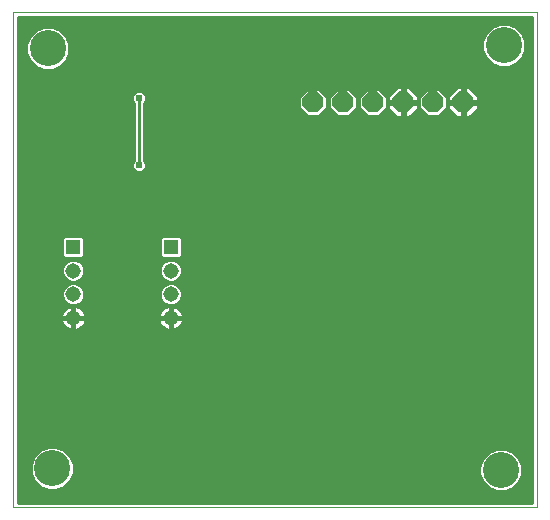
<source format=gbl>
G75*
%MOIN*%
%OFA0B0*%
%FSLAX25Y25*%
%IPPOS*%
%LPD*%
%AMOC8*
5,1,8,0,0,1.08239X$1,22.5*
%
%ADD10C,0.00100*%
%ADD11OC8,0.07000*%
%ADD12R,0.05150X0.05150*%
%ADD13C,0.05150*%
%ADD14C,0.12000*%
%ADD15C,0.01000*%
%ADD16OC8,0.02400*%
%ADD17C,0.02400*%
D10*
X0001500Y0003000D02*
X0176000Y0003000D01*
X0176000Y0168000D01*
X0001500Y0168000D01*
X0001500Y0003000D01*
D11*
X0101500Y0138000D03*
X0111500Y0138000D03*
X0121500Y0138000D03*
X0131500Y0138000D03*
X0141500Y0138000D03*
X0151500Y0138000D03*
D12*
X0054000Y0089811D03*
X0021500Y0089811D03*
D13*
X0021500Y0081937D03*
X0021500Y0074063D03*
X0021500Y0066189D03*
X0054000Y0066189D03*
X0054000Y0074063D03*
X0054000Y0081937D03*
D14*
X0014500Y0016000D03*
X0013000Y0156000D03*
X0165000Y0157000D03*
X0164000Y0015500D03*
D15*
X0161071Y0021972D02*
X0018569Y0021972D01*
X0018522Y0022019D02*
X0015912Y0023100D01*
X0013088Y0023100D01*
X0010478Y0022019D01*
X0008481Y0020022D01*
X0007400Y0017412D01*
X0007400Y0014588D01*
X0008481Y0011978D01*
X0010478Y0009981D01*
X0013088Y0008900D01*
X0015912Y0008900D01*
X0018522Y0009981D01*
X0020519Y0011978D01*
X0021600Y0014588D01*
X0021600Y0017412D01*
X0020519Y0020022D01*
X0018522Y0022019D01*
X0019568Y0020973D02*
X0159432Y0020973D01*
X0159978Y0021519D02*
X0157981Y0019522D01*
X0156900Y0016912D01*
X0156900Y0014088D01*
X0157981Y0011478D01*
X0159978Y0009481D01*
X0162588Y0008400D01*
X0165412Y0008400D01*
X0168022Y0009481D01*
X0170019Y0011478D01*
X0171100Y0014088D01*
X0171100Y0016912D01*
X0170019Y0019522D01*
X0168022Y0021519D01*
X0165412Y0022600D01*
X0162588Y0022600D01*
X0159978Y0021519D01*
X0158434Y0019975D02*
X0020539Y0019975D01*
X0020952Y0018976D02*
X0157755Y0018976D01*
X0157341Y0017978D02*
X0021366Y0017978D01*
X0021600Y0016979D02*
X0156928Y0016979D01*
X0156900Y0015981D02*
X0021600Y0015981D01*
X0021600Y0014982D02*
X0156900Y0014982D01*
X0156943Y0013984D02*
X0021350Y0013984D01*
X0020936Y0012985D02*
X0157357Y0012985D01*
X0157770Y0011987D02*
X0020523Y0011987D01*
X0019529Y0010988D02*
X0158471Y0010988D01*
X0159469Y0009990D02*
X0018530Y0009990D01*
X0016132Y0008991D02*
X0161161Y0008991D01*
X0166839Y0008991D02*
X0174450Y0008991D01*
X0174450Y0007993D02*
X0003050Y0007993D01*
X0003050Y0008991D02*
X0012868Y0008991D01*
X0010469Y0009990D02*
X0003050Y0009990D01*
X0003050Y0010988D02*
X0009471Y0010988D01*
X0008477Y0011987D02*
X0003050Y0011987D01*
X0003050Y0012985D02*
X0008064Y0012985D01*
X0007650Y0013984D02*
X0003050Y0013984D01*
X0003050Y0014982D02*
X0007400Y0014982D01*
X0007400Y0015981D02*
X0003050Y0015981D01*
X0003050Y0016979D02*
X0007400Y0016979D01*
X0007634Y0017978D02*
X0003050Y0017978D01*
X0003050Y0018976D02*
X0008048Y0018976D01*
X0008461Y0019975D02*
X0003050Y0019975D01*
X0003050Y0020973D02*
X0009432Y0020973D01*
X0010431Y0021972D02*
X0003050Y0021972D01*
X0003050Y0022970D02*
X0012774Y0022970D01*
X0016226Y0022970D02*
X0174450Y0022970D01*
X0174450Y0021972D02*
X0166929Y0021972D01*
X0168568Y0020973D02*
X0174450Y0020973D01*
X0174450Y0019975D02*
X0169566Y0019975D01*
X0170245Y0018976D02*
X0174450Y0018976D01*
X0174450Y0017978D02*
X0170659Y0017978D01*
X0171072Y0016979D02*
X0174450Y0016979D01*
X0174450Y0015981D02*
X0171100Y0015981D01*
X0171100Y0014982D02*
X0174450Y0014982D01*
X0174450Y0013984D02*
X0171057Y0013984D01*
X0170643Y0012985D02*
X0174450Y0012985D01*
X0174450Y0011987D02*
X0170230Y0011987D01*
X0169529Y0010988D02*
X0174450Y0010988D01*
X0174450Y0009990D02*
X0168530Y0009990D01*
X0174450Y0006994D02*
X0003050Y0006994D01*
X0003050Y0005996D02*
X0174450Y0005996D01*
X0174450Y0004997D02*
X0003050Y0004997D01*
X0003050Y0004550D02*
X0003050Y0166450D01*
X0174450Y0166450D01*
X0174450Y0004550D01*
X0003050Y0004550D01*
X0003050Y0023969D02*
X0174450Y0023969D01*
X0174450Y0024967D02*
X0003050Y0024967D01*
X0003050Y0025966D02*
X0174450Y0025966D01*
X0174450Y0026964D02*
X0003050Y0026964D01*
X0003050Y0027963D02*
X0174450Y0027963D01*
X0174450Y0028961D02*
X0003050Y0028961D01*
X0003050Y0029960D02*
X0174450Y0029960D01*
X0174450Y0030958D02*
X0003050Y0030958D01*
X0003050Y0031957D02*
X0174450Y0031957D01*
X0174450Y0032955D02*
X0003050Y0032955D01*
X0003050Y0033954D02*
X0174450Y0033954D01*
X0174450Y0034952D02*
X0003050Y0034952D01*
X0003050Y0035951D02*
X0174450Y0035951D01*
X0174450Y0036949D02*
X0003050Y0036949D01*
X0003050Y0037948D02*
X0174450Y0037948D01*
X0174450Y0038946D02*
X0003050Y0038946D01*
X0003050Y0039945D02*
X0174450Y0039945D01*
X0174450Y0040943D02*
X0003050Y0040943D01*
X0003050Y0041942D02*
X0174450Y0041942D01*
X0174450Y0042940D02*
X0003050Y0042940D01*
X0003050Y0043939D02*
X0174450Y0043939D01*
X0174450Y0044937D02*
X0003050Y0044937D01*
X0003050Y0045936D02*
X0174450Y0045936D01*
X0174450Y0046934D02*
X0003050Y0046934D01*
X0003050Y0047933D02*
X0174450Y0047933D01*
X0174450Y0048932D02*
X0003050Y0048932D01*
X0003050Y0049930D02*
X0174450Y0049930D01*
X0174450Y0050929D02*
X0003050Y0050929D01*
X0003050Y0051927D02*
X0174450Y0051927D01*
X0174450Y0052926D02*
X0003050Y0052926D01*
X0003050Y0053924D02*
X0174450Y0053924D01*
X0174450Y0054923D02*
X0003050Y0054923D01*
X0003050Y0055921D02*
X0174450Y0055921D01*
X0174450Y0056920D02*
X0003050Y0056920D01*
X0003050Y0057918D02*
X0174450Y0057918D01*
X0174450Y0058917D02*
X0003050Y0058917D01*
X0003050Y0059915D02*
X0174450Y0059915D01*
X0174450Y0060914D02*
X0003050Y0060914D01*
X0003050Y0061912D02*
X0174450Y0061912D01*
X0174450Y0062911D02*
X0056420Y0062911D01*
X0056655Y0063081D02*
X0056136Y0062704D01*
X0055564Y0062413D01*
X0054954Y0062215D01*
X0054321Y0062114D01*
X0054287Y0062114D01*
X0054287Y0065901D01*
X0053713Y0065901D01*
X0053713Y0062114D01*
X0053679Y0062114D01*
X0053046Y0062215D01*
X0052436Y0062413D01*
X0051864Y0062704D01*
X0051345Y0063081D01*
X0050892Y0063534D01*
X0050515Y0064053D01*
X0050224Y0064625D01*
X0050026Y0065235D01*
X0049925Y0065868D01*
X0049925Y0065902D01*
X0053713Y0065902D01*
X0053713Y0066476D01*
X0049925Y0066476D01*
X0049925Y0066510D01*
X0050026Y0067143D01*
X0050224Y0067753D01*
X0050515Y0068325D01*
X0050892Y0068844D01*
X0051345Y0069297D01*
X0051864Y0069674D01*
X0052436Y0069965D01*
X0053046Y0070163D01*
X0053679Y0070264D01*
X0053713Y0070264D01*
X0053713Y0066476D01*
X0054287Y0066476D01*
X0054287Y0070264D01*
X0054321Y0070264D01*
X0054954Y0070163D01*
X0055564Y0069965D01*
X0056136Y0069674D01*
X0056655Y0069297D01*
X0057108Y0068844D01*
X0057485Y0068325D01*
X0057776Y0067753D01*
X0057974Y0067143D01*
X0058075Y0066510D01*
X0058075Y0066476D01*
X0054287Y0066476D01*
X0054287Y0065902D01*
X0058075Y0065902D01*
X0058075Y0065868D01*
X0057974Y0065235D01*
X0057776Y0064625D01*
X0057485Y0064053D01*
X0057108Y0063534D01*
X0056655Y0063081D01*
X0057380Y0063909D02*
X0174450Y0063909D01*
X0174450Y0064908D02*
X0057868Y0064908D01*
X0058012Y0066905D02*
X0174450Y0066905D01*
X0174450Y0067903D02*
X0057700Y0067903D01*
X0057050Y0068902D02*
X0174450Y0068902D01*
X0174450Y0069900D02*
X0055692Y0069900D01*
X0055964Y0070899D02*
X0174450Y0070899D01*
X0174450Y0071897D02*
X0057031Y0071897D01*
X0057115Y0071981D02*
X0057675Y0073332D01*
X0057675Y0074794D01*
X0057115Y0076145D01*
X0056082Y0077178D01*
X0054731Y0077738D01*
X0053269Y0077738D01*
X0051918Y0077178D01*
X0050885Y0076145D01*
X0050325Y0074794D01*
X0050325Y0073332D01*
X0050885Y0071981D01*
X0051918Y0070948D01*
X0053269Y0070388D01*
X0054731Y0070388D01*
X0056082Y0070948D01*
X0057115Y0071981D01*
X0057494Y0072896D02*
X0174450Y0072896D01*
X0174450Y0073894D02*
X0057675Y0073894D01*
X0057634Y0074893D02*
X0174450Y0074893D01*
X0174450Y0075891D02*
X0057220Y0075891D01*
X0056370Y0076890D02*
X0174450Y0076890D01*
X0174450Y0077888D02*
X0003050Y0077888D01*
X0003050Y0076890D02*
X0019130Y0076890D01*
X0019418Y0077178D02*
X0018385Y0076145D01*
X0017825Y0074794D01*
X0017825Y0073332D01*
X0018385Y0071981D01*
X0019418Y0070948D01*
X0020769Y0070388D01*
X0022231Y0070388D01*
X0023582Y0070948D01*
X0024615Y0071981D01*
X0025175Y0073332D01*
X0025175Y0074794D01*
X0024615Y0076145D01*
X0023582Y0077178D01*
X0022231Y0077738D01*
X0020769Y0077738D01*
X0019418Y0077178D01*
X0019418Y0078822D02*
X0020769Y0078262D01*
X0022231Y0078262D01*
X0023582Y0078822D01*
X0024615Y0079855D01*
X0025175Y0081206D01*
X0025175Y0082668D01*
X0024615Y0084019D01*
X0023582Y0085052D01*
X0022231Y0085612D01*
X0020769Y0085612D01*
X0019418Y0085052D01*
X0018385Y0084019D01*
X0017825Y0082668D01*
X0017825Y0081206D01*
X0018385Y0079855D01*
X0019418Y0078822D01*
X0019353Y0078887D02*
X0003050Y0078887D01*
X0003050Y0079885D02*
X0018372Y0079885D01*
X0017959Y0080884D02*
X0003050Y0080884D01*
X0003050Y0081882D02*
X0017825Y0081882D01*
X0017913Y0082881D02*
X0003050Y0082881D01*
X0003050Y0083879D02*
X0018327Y0083879D01*
X0019244Y0084878D02*
X0003050Y0084878D01*
X0003050Y0085876D02*
X0174450Y0085876D01*
X0174450Y0084878D02*
X0056256Y0084878D01*
X0056082Y0085052D02*
X0054731Y0085612D01*
X0053269Y0085612D01*
X0051918Y0085052D01*
X0050885Y0084019D01*
X0050325Y0082668D01*
X0050325Y0081206D01*
X0050885Y0079855D01*
X0051918Y0078822D01*
X0053269Y0078262D01*
X0054731Y0078262D01*
X0056082Y0078822D01*
X0057115Y0079855D01*
X0057675Y0081206D01*
X0057675Y0082668D01*
X0057115Y0084019D01*
X0056082Y0085052D01*
X0057030Y0086136D02*
X0057675Y0086781D01*
X0057675Y0092841D01*
X0057030Y0093486D01*
X0050970Y0093486D01*
X0050325Y0092841D01*
X0050325Y0086781D01*
X0050970Y0086136D01*
X0057030Y0086136D01*
X0057675Y0086875D02*
X0174450Y0086875D01*
X0174450Y0087873D02*
X0057675Y0087873D01*
X0057675Y0088872D02*
X0174450Y0088872D01*
X0174450Y0089870D02*
X0057675Y0089870D01*
X0057675Y0090869D02*
X0174450Y0090869D01*
X0174450Y0091868D02*
X0057675Y0091868D01*
X0057650Y0092866D02*
X0174450Y0092866D01*
X0174450Y0093865D02*
X0003050Y0093865D01*
X0003050Y0094863D02*
X0174450Y0094863D01*
X0174450Y0095862D02*
X0003050Y0095862D01*
X0003050Y0096860D02*
X0174450Y0096860D01*
X0174450Y0097859D02*
X0003050Y0097859D01*
X0003050Y0098857D02*
X0174450Y0098857D01*
X0174450Y0099856D02*
X0003050Y0099856D01*
X0003050Y0100854D02*
X0174450Y0100854D01*
X0174450Y0101853D02*
X0003050Y0101853D01*
X0003050Y0102851D02*
X0174450Y0102851D01*
X0174450Y0103850D02*
X0003050Y0103850D01*
X0003050Y0104848D02*
X0174450Y0104848D01*
X0174450Y0105847D02*
X0003050Y0105847D01*
X0003050Y0106845D02*
X0174450Y0106845D01*
X0174450Y0107844D02*
X0003050Y0107844D01*
X0003050Y0108842D02*
X0174450Y0108842D01*
X0174450Y0109841D02*
X0003050Y0109841D01*
X0003050Y0110839D02*
X0174450Y0110839D01*
X0174450Y0111838D02*
X0003050Y0111838D01*
X0003050Y0112836D02*
X0174450Y0112836D01*
X0174450Y0113835D02*
X0003050Y0113835D01*
X0003050Y0114833D02*
X0042414Y0114833D01*
X0042547Y0114700D02*
X0044453Y0114700D01*
X0045800Y0116047D01*
X0045800Y0117953D01*
X0045100Y0118653D01*
X0045100Y0137847D01*
X0045800Y0138547D01*
X0045800Y0140453D01*
X0044453Y0141800D01*
X0042547Y0141800D01*
X0041200Y0140453D01*
X0041200Y0138547D01*
X0041900Y0137847D01*
X0041900Y0118653D01*
X0041200Y0117953D01*
X0041200Y0116047D01*
X0042547Y0114700D01*
X0041416Y0115832D02*
X0003050Y0115832D01*
X0003050Y0116830D02*
X0041200Y0116830D01*
X0041200Y0117829D02*
X0003050Y0117829D01*
X0003050Y0118827D02*
X0041900Y0118827D01*
X0041900Y0119826D02*
X0003050Y0119826D01*
X0003050Y0120824D02*
X0041900Y0120824D01*
X0041900Y0121823D02*
X0003050Y0121823D01*
X0003050Y0122821D02*
X0041900Y0122821D01*
X0041900Y0123820D02*
X0003050Y0123820D01*
X0003050Y0124818D02*
X0041900Y0124818D01*
X0041900Y0125817D02*
X0003050Y0125817D01*
X0003050Y0126815D02*
X0041900Y0126815D01*
X0041900Y0127814D02*
X0003050Y0127814D01*
X0003050Y0128812D02*
X0041900Y0128812D01*
X0041900Y0129811D02*
X0003050Y0129811D01*
X0003050Y0130809D02*
X0041900Y0130809D01*
X0041900Y0131808D02*
X0003050Y0131808D01*
X0003050Y0132806D02*
X0041900Y0132806D01*
X0041900Y0133805D02*
X0003050Y0133805D01*
X0003050Y0134803D02*
X0041900Y0134803D01*
X0041900Y0135802D02*
X0003050Y0135802D01*
X0003050Y0136801D02*
X0041900Y0136801D01*
X0041900Y0137799D02*
X0003050Y0137799D01*
X0003050Y0138798D02*
X0041200Y0138798D01*
X0041200Y0139796D02*
X0003050Y0139796D01*
X0003050Y0140795D02*
X0041542Y0140795D01*
X0042540Y0141793D02*
X0003050Y0141793D01*
X0003050Y0142792D02*
X0129221Y0142792D01*
X0129429Y0143000D02*
X0126500Y0140071D01*
X0126500Y0138500D01*
X0131000Y0138500D01*
X0131000Y0143000D01*
X0129429Y0143000D01*
X0131000Y0142792D02*
X0132000Y0142792D01*
X0132000Y0143000D02*
X0133571Y0143000D01*
X0136500Y0140071D01*
X0136500Y0138500D01*
X0132000Y0138500D01*
X0132000Y0137500D01*
X0136500Y0137500D01*
X0136500Y0135929D01*
X0133571Y0133000D01*
X0132000Y0133000D01*
X0132000Y0137500D01*
X0131000Y0137500D01*
X0131000Y0133000D01*
X0129429Y0133000D01*
X0126500Y0135929D01*
X0126500Y0137500D01*
X0131000Y0137500D01*
X0131000Y0138500D01*
X0132000Y0138500D01*
X0132000Y0143000D01*
X0132000Y0141793D02*
X0131000Y0141793D01*
X0131000Y0140795D02*
X0132000Y0140795D01*
X0132000Y0139796D02*
X0131000Y0139796D01*
X0131000Y0138798D02*
X0132000Y0138798D01*
X0132000Y0137799D02*
X0136900Y0137799D01*
X0136900Y0136801D02*
X0136500Y0136801D01*
X0136900Y0136095D02*
X0139595Y0133400D01*
X0143405Y0133400D01*
X0146100Y0136095D01*
X0146100Y0139905D01*
X0143405Y0142600D01*
X0139595Y0142600D01*
X0136900Y0139905D01*
X0136900Y0136095D01*
X0137193Y0135802D02*
X0136373Y0135802D01*
X0135375Y0134803D02*
X0138191Y0134803D01*
X0139190Y0133805D02*
X0134376Y0133805D01*
X0132000Y0133805D02*
X0131000Y0133805D01*
X0131000Y0134803D02*
X0132000Y0134803D01*
X0132000Y0135802D02*
X0131000Y0135802D01*
X0131000Y0136801D02*
X0132000Y0136801D01*
X0131000Y0137799D02*
X0126100Y0137799D01*
X0126100Y0136801D02*
X0126500Y0136801D01*
X0126100Y0136095D02*
X0123405Y0133400D01*
X0119595Y0133400D01*
X0116900Y0136095D01*
X0116900Y0139905D01*
X0119595Y0142600D01*
X0123405Y0142600D01*
X0126100Y0139905D01*
X0126100Y0136095D01*
X0125807Y0135802D02*
X0126627Y0135802D01*
X0127625Y0134803D02*
X0124809Y0134803D01*
X0123810Y0133805D02*
X0128624Y0133805D01*
X0126500Y0138798D02*
X0126100Y0138798D01*
X0126100Y0139796D02*
X0126500Y0139796D01*
X0127224Y0140795D02*
X0125211Y0140795D01*
X0124212Y0141793D02*
X0128222Y0141793D01*
X0133779Y0142792D02*
X0149221Y0142792D01*
X0149429Y0143000D02*
X0146500Y0140071D01*
X0146500Y0138500D01*
X0151000Y0138500D01*
X0151000Y0143000D01*
X0149429Y0143000D01*
X0151000Y0142792D02*
X0152000Y0142792D01*
X0152000Y0143000D02*
X0153571Y0143000D01*
X0156500Y0140071D01*
X0156500Y0138500D01*
X0152000Y0138500D01*
X0152000Y0137500D01*
X0156500Y0137500D01*
X0156500Y0135929D01*
X0153571Y0133000D01*
X0152000Y0133000D01*
X0152000Y0137500D01*
X0151000Y0137500D01*
X0151000Y0133000D01*
X0149429Y0133000D01*
X0146500Y0135929D01*
X0146500Y0137500D01*
X0151000Y0137500D01*
X0151000Y0138500D01*
X0152000Y0138500D01*
X0152000Y0143000D01*
X0152000Y0141793D02*
X0151000Y0141793D01*
X0151000Y0140795D02*
X0152000Y0140795D01*
X0152000Y0139796D02*
X0151000Y0139796D01*
X0151000Y0138798D02*
X0152000Y0138798D01*
X0152000Y0137799D02*
X0174450Y0137799D01*
X0174450Y0136801D02*
X0156500Y0136801D01*
X0156373Y0135802D02*
X0174450Y0135802D01*
X0174450Y0134803D02*
X0155375Y0134803D01*
X0154376Y0133805D02*
X0174450Y0133805D01*
X0174450Y0132806D02*
X0045100Y0132806D01*
X0045100Y0131808D02*
X0174450Y0131808D01*
X0174450Y0130809D02*
X0045100Y0130809D01*
X0045100Y0129811D02*
X0174450Y0129811D01*
X0174450Y0128812D02*
X0045100Y0128812D01*
X0045100Y0127814D02*
X0174450Y0127814D01*
X0174450Y0126815D02*
X0045100Y0126815D01*
X0045100Y0125817D02*
X0174450Y0125817D01*
X0174450Y0124818D02*
X0045100Y0124818D01*
X0045100Y0123820D02*
X0174450Y0123820D01*
X0174450Y0122821D02*
X0045100Y0122821D01*
X0045100Y0121823D02*
X0174450Y0121823D01*
X0174450Y0120824D02*
X0045100Y0120824D01*
X0045100Y0119826D02*
X0174450Y0119826D01*
X0174450Y0118827D02*
X0045100Y0118827D01*
X0045800Y0117829D02*
X0174450Y0117829D01*
X0174450Y0116830D02*
X0045800Y0116830D01*
X0045584Y0115832D02*
X0174450Y0115832D01*
X0174450Y0114833D02*
X0044586Y0114833D01*
X0043500Y0117000D02*
X0043500Y0139500D01*
X0045800Y0139796D02*
X0096900Y0139796D01*
X0096900Y0139905D02*
X0096900Y0136095D01*
X0099595Y0133400D01*
X0103405Y0133400D01*
X0106100Y0136095D01*
X0106100Y0139905D01*
X0103405Y0142600D01*
X0099595Y0142600D01*
X0096900Y0139905D01*
X0096900Y0138798D02*
X0045800Y0138798D01*
X0045100Y0137799D02*
X0096900Y0137799D01*
X0096900Y0136801D02*
X0045100Y0136801D01*
X0045100Y0135802D02*
X0097193Y0135802D01*
X0098191Y0134803D02*
X0045100Y0134803D01*
X0045100Y0133805D02*
X0099190Y0133805D01*
X0103810Y0133805D02*
X0109190Y0133805D01*
X0109595Y0133400D02*
X0113405Y0133400D01*
X0116100Y0136095D01*
X0116100Y0139905D01*
X0113405Y0142600D01*
X0109595Y0142600D01*
X0106900Y0139905D01*
X0106900Y0136095D01*
X0109595Y0133400D01*
X0108191Y0134803D02*
X0104809Y0134803D01*
X0105807Y0135802D02*
X0107193Y0135802D01*
X0106900Y0136801D02*
X0106100Y0136801D01*
X0106100Y0137799D02*
X0106900Y0137799D01*
X0106900Y0138798D02*
X0106100Y0138798D01*
X0106100Y0139796D02*
X0106900Y0139796D01*
X0107789Y0140795D02*
X0105211Y0140795D01*
X0104212Y0141793D02*
X0108788Y0141793D01*
X0114212Y0141793D02*
X0118788Y0141793D01*
X0117789Y0140795D02*
X0115211Y0140795D01*
X0116100Y0139796D02*
X0116900Y0139796D01*
X0116900Y0138798D02*
X0116100Y0138798D01*
X0116100Y0137799D02*
X0116900Y0137799D01*
X0116900Y0136801D02*
X0116100Y0136801D01*
X0115807Y0135802D02*
X0117193Y0135802D01*
X0118191Y0134803D02*
X0114809Y0134803D01*
X0113810Y0133805D02*
X0119190Y0133805D01*
X0134778Y0141793D02*
X0138788Y0141793D01*
X0137789Y0140795D02*
X0135776Y0140795D01*
X0136500Y0139796D02*
X0136900Y0139796D01*
X0136900Y0138798D02*
X0136500Y0138798D01*
X0144212Y0141793D02*
X0148222Y0141793D01*
X0147224Y0140795D02*
X0145211Y0140795D01*
X0146100Y0139796D02*
X0146500Y0139796D01*
X0146500Y0138798D02*
X0146100Y0138798D01*
X0146100Y0137799D02*
X0151000Y0137799D01*
X0151000Y0136801D02*
X0152000Y0136801D01*
X0152000Y0135802D02*
X0151000Y0135802D01*
X0151000Y0134803D02*
X0152000Y0134803D01*
X0152000Y0133805D02*
X0151000Y0133805D01*
X0148624Y0133805D02*
X0143810Y0133805D01*
X0144809Y0134803D02*
X0147625Y0134803D01*
X0146627Y0135802D02*
X0145807Y0135802D01*
X0146100Y0136801D02*
X0146500Y0136801D01*
X0153779Y0142792D02*
X0174450Y0142792D01*
X0174450Y0143790D02*
X0003050Y0143790D01*
X0003050Y0144789D02*
X0174450Y0144789D01*
X0174450Y0145787D02*
X0003050Y0145787D01*
X0003050Y0146786D02*
X0174450Y0146786D01*
X0174450Y0147784D02*
X0003050Y0147784D01*
X0003050Y0148783D02*
X0174450Y0148783D01*
X0174450Y0149781D02*
X0016540Y0149781D01*
X0017022Y0149981D02*
X0019019Y0151978D01*
X0020100Y0154588D01*
X0020100Y0157412D01*
X0019019Y0160022D01*
X0017022Y0162019D01*
X0014412Y0163100D01*
X0011588Y0163100D01*
X0008978Y0162019D01*
X0006981Y0160022D01*
X0005900Y0157412D01*
X0005900Y0154588D01*
X0006981Y0151978D01*
X0008978Y0149981D01*
X0011588Y0148900D01*
X0014412Y0148900D01*
X0017022Y0149981D01*
X0017821Y0150780D02*
X0161464Y0150780D01*
X0160978Y0150981D02*
X0163588Y0149900D01*
X0166412Y0149900D01*
X0169022Y0150981D01*
X0171019Y0152978D01*
X0172100Y0155588D01*
X0172100Y0158412D01*
X0171019Y0161022D01*
X0169022Y0163019D01*
X0166412Y0164100D01*
X0163588Y0164100D01*
X0160978Y0163019D01*
X0158981Y0161022D01*
X0157900Y0158412D01*
X0157900Y0155588D01*
X0158981Y0152978D01*
X0160978Y0150981D01*
X0160181Y0151778D02*
X0018819Y0151778D01*
X0019350Y0152777D02*
X0159182Y0152777D01*
X0158651Y0153775D02*
X0019763Y0153775D01*
X0020100Y0154774D02*
X0158237Y0154774D01*
X0157900Y0155772D02*
X0020100Y0155772D01*
X0020100Y0156771D02*
X0157900Y0156771D01*
X0157900Y0157769D02*
X0019952Y0157769D01*
X0019539Y0158768D02*
X0158047Y0158768D01*
X0158461Y0159766D02*
X0019125Y0159766D01*
X0018276Y0160765D02*
X0158874Y0160765D01*
X0159722Y0161763D02*
X0017278Y0161763D01*
X0015229Y0162762D02*
X0160721Y0162762D01*
X0162768Y0163760D02*
X0003050Y0163760D01*
X0003050Y0162762D02*
X0010771Y0162762D01*
X0008722Y0161763D02*
X0003050Y0161763D01*
X0003050Y0160765D02*
X0007724Y0160765D01*
X0006875Y0159766D02*
X0003050Y0159766D01*
X0003050Y0158768D02*
X0006461Y0158768D01*
X0006048Y0157769D02*
X0003050Y0157769D01*
X0003050Y0156771D02*
X0005900Y0156771D01*
X0005900Y0155772D02*
X0003050Y0155772D01*
X0003050Y0154774D02*
X0005900Y0154774D01*
X0006237Y0153775D02*
X0003050Y0153775D01*
X0003050Y0152777D02*
X0006650Y0152777D01*
X0007181Y0151778D02*
X0003050Y0151778D01*
X0003050Y0150780D02*
X0008179Y0150780D01*
X0009460Y0149781D02*
X0003050Y0149781D01*
X0003050Y0164759D02*
X0174450Y0164759D01*
X0174450Y0165757D02*
X0003050Y0165757D01*
X0044460Y0141793D02*
X0098788Y0141793D01*
X0097789Y0140795D02*
X0045458Y0140795D01*
X0050350Y0092866D02*
X0025150Y0092866D01*
X0025175Y0092841D02*
X0024530Y0093486D01*
X0018470Y0093486D01*
X0017825Y0092841D01*
X0017825Y0086781D01*
X0018470Y0086136D01*
X0024530Y0086136D01*
X0025175Y0086781D01*
X0025175Y0092841D01*
X0025175Y0091868D02*
X0050325Y0091868D01*
X0050325Y0090869D02*
X0025175Y0090869D01*
X0025175Y0089870D02*
X0050325Y0089870D01*
X0050325Y0088872D02*
X0025175Y0088872D01*
X0025175Y0087873D02*
X0050325Y0087873D01*
X0050325Y0086875D02*
X0025175Y0086875D01*
X0023756Y0084878D02*
X0051744Y0084878D01*
X0050827Y0083879D02*
X0024673Y0083879D01*
X0025087Y0082881D02*
X0050413Y0082881D01*
X0050325Y0081882D02*
X0025175Y0081882D01*
X0025041Y0080884D02*
X0050459Y0080884D01*
X0050872Y0079885D02*
X0024628Y0079885D01*
X0023647Y0078887D02*
X0051853Y0078887D01*
X0051630Y0076890D02*
X0023870Y0076890D01*
X0024720Y0075891D02*
X0050780Y0075891D01*
X0050366Y0074893D02*
X0025134Y0074893D01*
X0025175Y0073894D02*
X0050325Y0073894D01*
X0050506Y0072896D02*
X0024994Y0072896D01*
X0024531Y0071897D02*
X0050969Y0071897D01*
X0052036Y0070899D02*
X0023464Y0070899D01*
X0023064Y0069965D02*
X0023636Y0069674D01*
X0024155Y0069297D01*
X0024608Y0068844D01*
X0024985Y0068325D01*
X0025276Y0067753D01*
X0025474Y0067143D01*
X0025575Y0066510D01*
X0025575Y0066476D01*
X0021787Y0066476D01*
X0021213Y0066476D01*
X0021213Y0065902D01*
X0017425Y0065902D01*
X0017425Y0065868D01*
X0017526Y0065235D01*
X0017724Y0064625D01*
X0018015Y0064053D01*
X0018392Y0063534D01*
X0018845Y0063081D01*
X0019364Y0062704D01*
X0019936Y0062413D01*
X0020546Y0062215D01*
X0021179Y0062114D01*
X0021213Y0062114D01*
X0021213Y0065901D01*
X0021787Y0065901D01*
X0021787Y0062114D01*
X0021821Y0062114D01*
X0022454Y0062215D01*
X0023064Y0062413D01*
X0023636Y0062704D01*
X0024155Y0063081D01*
X0024608Y0063534D01*
X0024985Y0064053D01*
X0025276Y0064625D01*
X0025474Y0065235D01*
X0025575Y0065868D01*
X0025575Y0065902D01*
X0021787Y0065902D01*
X0021787Y0066476D01*
X0021787Y0070264D01*
X0021821Y0070264D01*
X0022454Y0070163D01*
X0023064Y0069965D01*
X0023192Y0069900D02*
X0052308Y0069900D01*
X0053713Y0069900D02*
X0054287Y0069900D01*
X0054287Y0068902D02*
X0053713Y0068902D01*
X0053713Y0067903D02*
X0054287Y0067903D01*
X0054287Y0066905D02*
X0053713Y0066905D01*
X0053713Y0065906D02*
X0021787Y0065906D01*
X0021213Y0065906D02*
X0003050Y0065906D01*
X0003050Y0064908D02*
X0017632Y0064908D01*
X0018120Y0063909D02*
X0003050Y0063909D01*
X0003050Y0062911D02*
X0019080Y0062911D01*
X0021213Y0062911D02*
X0021787Y0062911D01*
X0021787Y0063909D02*
X0021213Y0063909D01*
X0021213Y0064908D02*
X0021787Y0064908D01*
X0021213Y0066476D02*
X0017425Y0066476D01*
X0017425Y0066510D01*
X0017526Y0067143D01*
X0017724Y0067753D01*
X0018015Y0068325D01*
X0018392Y0068844D01*
X0018845Y0069297D01*
X0019364Y0069674D01*
X0019936Y0069965D01*
X0020546Y0070163D01*
X0021179Y0070264D01*
X0021213Y0070264D01*
X0021213Y0066476D01*
X0021213Y0066905D02*
X0021787Y0066905D01*
X0021787Y0067903D02*
X0021213Y0067903D01*
X0021213Y0068902D02*
X0021787Y0068902D01*
X0021787Y0069900D02*
X0021213Y0069900D01*
X0019808Y0069900D02*
X0003050Y0069900D01*
X0003050Y0068902D02*
X0018450Y0068902D01*
X0017800Y0067903D02*
X0003050Y0067903D01*
X0003050Y0066905D02*
X0017488Y0066905D01*
X0019536Y0070899D02*
X0003050Y0070899D01*
X0003050Y0071897D02*
X0018469Y0071897D01*
X0018006Y0072896D02*
X0003050Y0072896D01*
X0003050Y0073894D02*
X0017825Y0073894D01*
X0017866Y0074893D02*
X0003050Y0074893D01*
X0003050Y0075891D02*
X0018280Y0075891D01*
X0024550Y0068902D02*
X0050950Y0068902D01*
X0050300Y0067903D02*
X0025200Y0067903D01*
X0025512Y0066905D02*
X0049988Y0066905D01*
X0050132Y0064908D02*
X0025368Y0064908D01*
X0024880Y0063909D02*
X0050620Y0063909D01*
X0051580Y0062911D02*
X0023920Y0062911D01*
X0017825Y0086875D02*
X0003050Y0086875D01*
X0003050Y0087873D02*
X0017825Y0087873D01*
X0017825Y0088872D02*
X0003050Y0088872D01*
X0003050Y0089870D02*
X0017825Y0089870D01*
X0017825Y0090869D02*
X0003050Y0090869D01*
X0003050Y0091868D02*
X0017825Y0091868D01*
X0017850Y0092866D02*
X0003050Y0092866D01*
X0053713Y0064908D02*
X0054287Y0064908D01*
X0054287Y0065906D02*
X0174450Y0065906D01*
X0174450Y0078887D02*
X0056147Y0078887D01*
X0057128Y0079885D02*
X0174450Y0079885D01*
X0174450Y0080884D02*
X0057541Y0080884D01*
X0057675Y0081882D02*
X0174450Y0081882D01*
X0174450Y0082881D02*
X0057587Y0082881D01*
X0057173Y0083879D02*
X0174450Y0083879D01*
X0174450Y0138798D02*
X0156500Y0138798D01*
X0156500Y0139796D02*
X0174450Y0139796D01*
X0174450Y0140795D02*
X0155776Y0140795D01*
X0154778Y0141793D02*
X0174450Y0141793D01*
X0174450Y0150780D02*
X0168536Y0150780D01*
X0169819Y0151778D02*
X0174450Y0151778D01*
X0174450Y0152777D02*
X0170818Y0152777D01*
X0171349Y0153775D02*
X0174450Y0153775D01*
X0174450Y0154774D02*
X0171763Y0154774D01*
X0172100Y0155772D02*
X0174450Y0155772D01*
X0174450Y0156771D02*
X0172100Y0156771D01*
X0172100Y0157769D02*
X0174450Y0157769D01*
X0174450Y0158768D02*
X0171953Y0158768D01*
X0171539Y0159766D02*
X0174450Y0159766D01*
X0174450Y0160765D02*
X0171126Y0160765D01*
X0170278Y0161763D02*
X0174450Y0161763D01*
X0174450Y0162762D02*
X0169279Y0162762D01*
X0167232Y0163760D02*
X0174450Y0163760D01*
X0054287Y0063909D02*
X0053713Y0063909D01*
X0053713Y0062911D02*
X0054287Y0062911D01*
D16*
X0083500Y0066000D03*
X0128000Y0083000D03*
X0119000Y0159500D03*
X0014000Y0117500D03*
X0010500Y0137500D03*
X0012000Y0036500D03*
D17*
X0050000Y0110500D03*
X0043500Y0117000D03*
X0043500Y0139500D03*
M02*

</source>
